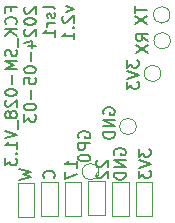
<source format=gbo>
G04 #@! TF.GenerationSoftware,KiCad,Pcbnew,8.0.1-8.0.1-1~ubuntu22.04.1*
G04 #@! TF.CreationDate,2024-05-09T18:35:13+02:00*
G04 #@! TF.ProjectId,FCK_SM-028_V1.3,46434b5f-534d-42d3-9032-385f56312e33,rev?*
G04 #@! TF.SameCoordinates,Original*
G04 #@! TF.FileFunction,Legend,Bot*
G04 #@! TF.FilePolarity,Positive*
%FSLAX46Y46*%
G04 Gerber Fmt 4.6, Leading zero omitted, Abs format (unit mm)*
G04 Created by KiCad (PCBNEW 8.0.1-8.0.1-1~ubuntu22.04.1) date 2024-05-09 18:35:13*
%MOMM*%
%LPD*%
G01*
G04 APERTURE LIST*
%ADD10C,0.150000*%
%ADD11C,0.120000*%
%ADD12R,1.000000X2.500000*%
%ADD13C,1.000000*%
G04 APERTURE END LIST*
D10*
X131116093Y-84190112D02*
X131116093Y-83856779D01*
X131639903Y-83856779D02*
X130639903Y-83856779D01*
X130639903Y-83856779D02*
X130639903Y-84332969D01*
X131544664Y-85285350D02*
X131592284Y-85237731D01*
X131592284Y-85237731D02*
X131639903Y-85094874D01*
X131639903Y-85094874D02*
X131639903Y-84999636D01*
X131639903Y-84999636D02*
X131592284Y-84856779D01*
X131592284Y-84856779D02*
X131497045Y-84761541D01*
X131497045Y-84761541D02*
X131401807Y-84713922D01*
X131401807Y-84713922D02*
X131211331Y-84666303D01*
X131211331Y-84666303D02*
X131068474Y-84666303D01*
X131068474Y-84666303D02*
X130877998Y-84713922D01*
X130877998Y-84713922D02*
X130782760Y-84761541D01*
X130782760Y-84761541D02*
X130687522Y-84856779D01*
X130687522Y-84856779D02*
X130639903Y-84999636D01*
X130639903Y-84999636D02*
X130639903Y-85094874D01*
X130639903Y-85094874D02*
X130687522Y-85237731D01*
X130687522Y-85237731D02*
X130735141Y-85285350D01*
X131639903Y-85713922D02*
X130639903Y-85713922D01*
X131639903Y-86285350D02*
X131068474Y-85856779D01*
X130639903Y-86285350D02*
X131211331Y-85713922D01*
X131735141Y-86475827D02*
X131735141Y-87237731D01*
X131592284Y-87428208D02*
X131639903Y-87571065D01*
X131639903Y-87571065D02*
X131639903Y-87809160D01*
X131639903Y-87809160D02*
X131592284Y-87904398D01*
X131592284Y-87904398D02*
X131544664Y-87952017D01*
X131544664Y-87952017D02*
X131449426Y-87999636D01*
X131449426Y-87999636D02*
X131354188Y-87999636D01*
X131354188Y-87999636D02*
X131258950Y-87952017D01*
X131258950Y-87952017D02*
X131211331Y-87904398D01*
X131211331Y-87904398D02*
X131163712Y-87809160D01*
X131163712Y-87809160D02*
X131116093Y-87618684D01*
X131116093Y-87618684D02*
X131068474Y-87523446D01*
X131068474Y-87523446D02*
X131020855Y-87475827D01*
X131020855Y-87475827D02*
X130925617Y-87428208D01*
X130925617Y-87428208D02*
X130830379Y-87428208D01*
X130830379Y-87428208D02*
X130735141Y-87475827D01*
X130735141Y-87475827D02*
X130687522Y-87523446D01*
X130687522Y-87523446D02*
X130639903Y-87618684D01*
X130639903Y-87618684D02*
X130639903Y-87856779D01*
X130639903Y-87856779D02*
X130687522Y-87999636D01*
X131639903Y-88428208D02*
X130639903Y-88428208D01*
X130639903Y-88428208D02*
X131354188Y-88761541D01*
X131354188Y-88761541D02*
X130639903Y-89094874D01*
X130639903Y-89094874D02*
X131639903Y-89094874D01*
X131258950Y-89571065D02*
X131258950Y-90332970D01*
X130639903Y-90999636D02*
X130639903Y-91094874D01*
X130639903Y-91094874D02*
X130687522Y-91190112D01*
X130687522Y-91190112D02*
X130735141Y-91237731D01*
X130735141Y-91237731D02*
X130830379Y-91285350D01*
X130830379Y-91285350D02*
X131020855Y-91332969D01*
X131020855Y-91332969D02*
X131258950Y-91332969D01*
X131258950Y-91332969D02*
X131449426Y-91285350D01*
X131449426Y-91285350D02*
X131544664Y-91237731D01*
X131544664Y-91237731D02*
X131592284Y-91190112D01*
X131592284Y-91190112D02*
X131639903Y-91094874D01*
X131639903Y-91094874D02*
X131639903Y-90999636D01*
X131639903Y-90999636D02*
X131592284Y-90904398D01*
X131592284Y-90904398D02*
X131544664Y-90856779D01*
X131544664Y-90856779D02*
X131449426Y-90809160D01*
X131449426Y-90809160D02*
X131258950Y-90761541D01*
X131258950Y-90761541D02*
X131020855Y-90761541D01*
X131020855Y-90761541D02*
X130830379Y-90809160D01*
X130830379Y-90809160D02*
X130735141Y-90856779D01*
X130735141Y-90856779D02*
X130687522Y-90904398D01*
X130687522Y-90904398D02*
X130639903Y-90999636D01*
X130735141Y-91713922D02*
X130687522Y-91761541D01*
X130687522Y-91761541D02*
X130639903Y-91856779D01*
X130639903Y-91856779D02*
X130639903Y-92094874D01*
X130639903Y-92094874D02*
X130687522Y-92190112D01*
X130687522Y-92190112D02*
X130735141Y-92237731D01*
X130735141Y-92237731D02*
X130830379Y-92285350D01*
X130830379Y-92285350D02*
X130925617Y-92285350D01*
X130925617Y-92285350D02*
X131068474Y-92237731D01*
X131068474Y-92237731D02*
X131639903Y-91666303D01*
X131639903Y-91666303D02*
X131639903Y-92285350D01*
X131068474Y-92856779D02*
X131020855Y-92761541D01*
X131020855Y-92761541D02*
X130973236Y-92713922D01*
X130973236Y-92713922D02*
X130877998Y-92666303D01*
X130877998Y-92666303D02*
X130830379Y-92666303D01*
X130830379Y-92666303D02*
X130735141Y-92713922D01*
X130735141Y-92713922D02*
X130687522Y-92761541D01*
X130687522Y-92761541D02*
X130639903Y-92856779D01*
X130639903Y-92856779D02*
X130639903Y-93047255D01*
X130639903Y-93047255D02*
X130687522Y-93142493D01*
X130687522Y-93142493D02*
X130735141Y-93190112D01*
X130735141Y-93190112D02*
X130830379Y-93237731D01*
X130830379Y-93237731D02*
X130877998Y-93237731D01*
X130877998Y-93237731D02*
X130973236Y-93190112D01*
X130973236Y-93190112D02*
X131020855Y-93142493D01*
X131020855Y-93142493D02*
X131068474Y-93047255D01*
X131068474Y-93047255D02*
X131068474Y-92856779D01*
X131068474Y-92856779D02*
X131116093Y-92761541D01*
X131116093Y-92761541D02*
X131163712Y-92713922D01*
X131163712Y-92713922D02*
X131258950Y-92666303D01*
X131258950Y-92666303D02*
X131449426Y-92666303D01*
X131449426Y-92666303D02*
X131544664Y-92713922D01*
X131544664Y-92713922D02*
X131592284Y-92761541D01*
X131592284Y-92761541D02*
X131639903Y-92856779D01*
X131639903Y-92856779D02*
X131639903Y-93047255D01*
X131639903Y-93047255D02*
X131592284Y-93142493D01*
X131592284Y-93142493D02*
X131544664Y-93190112D01*
X131544664Y-93190112D02*
X131449426Y-93237731D01*
X131449426Y-93237731D02*
X131258950Y-93237731D01*
X131258950Y-93237731D02*
X131163712Y-93190112D01*
X131163712Y-93190112D02*
X131116093Y-93142493D01*
X131116093Y-93142493D02*
X131068474Y-93047255D01*
X131735141Y-93428208D02*
X131735141Y-94190112D01*
X130639903Y-94285351D02*
X131639903Y-94618684D01*
X131639903Y-94618684D02*
X130639903Y-94952017D01*
X131639903Y-95809160D02*
X131639903Y-95237732D01*
X131639903Y-95523446D02*
X130639903Y-95523446D01*
X130639903Y-95523446D02*
X130782760Y-95428208D01*
X130782760Y-95428208D02*
X130877998Y-95332970D01*
X130877998Y-95332970D02*
X130925617Y-95237732D01*
X131544664Y-96237732D02*
X131592284Y-96285351D01*
X131592284Y-96285351D02*
X131639903Y-96237732D01*
X131639903Y-96237732D02*
X131592284Y-96190113D01*
X131592284Y-96190113D02*
X131544664Y-96237732D01*
X131544664Y-96237732D02*
X131639903Y-96237732D01*
X130639903Y-96618684D02*
X130639903Y-97237731D01*
X130639903Y-97237731D02*
X131020855Y-96904398D01*
X131020855Y-96904398D02*
X131020855Y-97047255D01*
X131020855Y-97047255D02*
X131068474Y-97142493D01*
X131068474Y-97142493D02*
X131116093Y-97190112D01*
X131116093Y-97190112D02*
X131211331Y-97237731D01*
X131211331Y-97237731D02*
X131449426Y-97237731D01*
X131449426Y-97237731D02*
X131544664Y-97190112D01*
X131544664Y-97190112D02*
X131592284Y-97142493D01*
X131592284Y-97142493D02*
X131639903Y-97047255D01*
X131639903Y-97047255D02*
X131639903Y-96761541D01*
X131639903Y-96761541D02*
X131592284Y-96666303D01*
X131592284Y-96666303D02*
X131544664Y-96618684D01*
X132345085Y-83809160D02*
X132297466Y-83856779D01*
X132297466Y-83856779D02*
X132249847Y-83952017D01*
X132249847Y-83952017D02*
X132249847Y-84190112D01*
X132249847Y-84190112D02*
X132297466Y-84285350D01*
X132297466Y-84285350D02*
X132345085Y-84332969D01*
X132345085Y-84332969D02*
X132440323Y-84380588D01*
X132440323Y-84380588D02*
X132535561Y-84380588D01*
X132535561Y-84380588D02*
X132678418Y-84332969D01*
X132678418Y-84332969D02*
X133249847Y-83761541D01*
X133249847Y-83761541D02*
X133249847Y-84380588D01*
X132249847Y-84999636D02*
X132249847Y-85094874D01*
X132249847Y-85094874D02*
X132297466Y-85190112D01*
X132297466Y-85190112D02*
X132345085Y-85237731D01*
X132345085Y-85237731D02*
X132440323Y-85285350D01*
X132440323Y-85285350D02*
X132630799Y-85332969D01*
X132630799Y-85332969D02*
X132868894Y-85332969D01*
X132868894Y-85332969D02*
X133059370Y-85285350D01*
X133059370Y-85285350D02*
X133154608Y-85237731D01*
X133154608Y-85237731D02*
X133202228Y-85190112D01*
X133202228Y-85190112D02*
X133249847Y-85094874D01*
X133249847Y-85094874D02*
X133249847Y-84999636D01*
X133249847Y-84999636D02*
X133202228Y-84904398D01*
X133202228Y-84904398D02*
X133154608Y-84856779D01*
X133154608Y-84856779D02*
X133059370Y-84809160D01*
X133059370Y-84809160D02*
X132868894Y-84761541D01*
X132868894Y-84761541D02*
X132630799Y-84761541D01*
X132630799Y-84761541D02*
X132440323Y-84809160D01*
X132440323Y-84809160D02*
X132345085Y-84856779D01*
X132345085Y-84856779D02*
X132297466Y-84904398D01*
X132297466Y-84904398D02*
X132249847Y-84999636D01*
X132345085Y-85713922D02*
X132297466Y-85761541D01*
X132297466Y-85761541D02*
X132249847Y-85856779D01*
X132249847Y-85856779D02*
X132249847Y-86094874D01*
X132249847Y-86094874D02*
X132297466Y-86190112D01*
X132297466Y-86190112D02*
X132345085Y-86237731D01*
X132345085Y-86237731D02*
X132440323Y-86285350D01*
X132440323Y-86285350D02*
X132535561Y-86285350D01*
X132535561Y-86285350D02*
X132678418Y-86237731D01*
X132678418Y-86237731D02*
X133249847Y-85666303D01*
X133249847Y-85666303D02*
X133249847Y-86285350D01*
X132583180Y-87142493D02*
X133249847Y-87142493D01*
X132202228Y-86904398D02*
X132916513Y-86666303D01*
X132916513Y-86666303D02*
X132916513Y-87285350D01*
X132868894Y-87666303D02*
X132868894Y-88428208D01*
X132249847Y-89094874D02*
X132249847Y-89190112D01*
X132249847Y-89190112D02*
X132297466Y-89285350D01*
X132297466Y-89285350D02*
X132345085Y-89332969D01*
X132345085Y-89332969D02*
X132440323Y-89380588D01*
X132440323Y-89380588D02*
X132630799Y-89428207D01*
X132630799Y-89428207D02*
X132868894Y-89428207D01*
X132868894Y-89428207D02*
X133059370Y-89380588D01*
X133059370Y-89380588D02*
X133154608Y-89332969D01*
X133154608Y-89332969D02*
X133202228Y-89285350D01*
X133202228Y-89285350D02*
X133249847Y-89190112D01*
X133249847Y-89190112D02*
X133249847Y-89094874D01*
X133249847Y-89094874D02*
X133202228Y-88999636D01*
X133202228Y-88999636D02*
X133154608Y-88952017D01*
X133154608Y-88952017D02*
X133059370Y-88904398D01*
X133059370Y-88904398D02*
X132868894Y-88856779D01*
X132868894Y-88856779D02*
X132630799Y-88856779D01*
X132630799Y-88856779D02*
X132440323Y-88904398D01*
X132440323Y-88904398D02*
X132345085Y-88952017D01*
X132345085Y-88952017D02*
X132297466Y-88999636D01*
X132297466Y-88999636D02*
X132249847Y-89094874D01*
X132249847Y-90332969D02*
X132249847Y-89856779D01*
X132249847Y-89856779D02*
X132726037Y-89809160D01*
X132726037Y-89809160D02*
X132678418Y-89856779D01*
X132678418Y-89856779D02*
X132630799Y-89952017D01*
X132630799Y-89952017D02*
X132630799Y-90190112D01*
X132630799Y-90190112D02*
X132678418Y-90285350D01*
X132678418Y-90285350D02*
X132726037Y-90332969D01*
X132726037Y-90332969D02*
X132821275Y-90380588D01*
X132821275Y-90380588D02*
X133059370Y-90380588D01*
X133059370Y-90380588D02*
X133154608Y-90332969D01*
X133154608Y-90332969D02*
X133202228Y-90285350D01*
X133202228Y-90285350D02*
X133249847Y-90190112D01*
X133249847Y-90190112D02*
X133249847Y-89952017D01*
X133249847Y-89952017D02*
X133202228Y-89856779D01*
X133202228Y-89856779D02*
X133154608Y-89809160D01*
X132868894Y-90809160D02*
X132868894Y-91571065D01*
X132249847Y-92237731D02*
X132249847Y-92332969D01*
X132249847Y-92332969D02*
X132297466Y-92428207D01*
X132297466Y-92428207D02*
X132345085Y-92475826D01*
X132345085Y-92475826D02*
X132440323Y-92523445D01*
X132440323Y-92523445D02*
X132630799Y-92571064D01*
X132630799Y-92571064D02*
X132868894Y-92571064D01*
X132868894Y-92571064D02*
X133059370Y-92523445D01*
X133059370Y-92523445D02*
X133154608Y-92475826D01*
X133154608Y-92475826D02*
X133202228Y-92428207D01*
X133202228Y-92428207D02*
X133249847Y-92332969D01*
X133249847Y-92332969D02*
X133249847Y-92237731D01*
X133249847Y-92237731D02*
X133202228Y-92142493D01*
X133202228Y-92142493D02*
X133154608Y-92094874D01*
X133154608Y-92094874D02*
X133059370Y-92047255D01*
X133059370Y-92047255D02*
X132868894Y-91999636D01*
X132868894Y-91999636D02*
X132630799Y-91999636D01*
X132630799Y-91999636D02*
X132440323Y-92047255D01*
X132440323Y-92047255D02*
X132345085Y-92094874D01*
X132345085Y-92094874D02*
X132297466Y-92142493D01*
X132297466Y-92142493D02*
X132249847Y-92237731D01*
X132249847Y-92904398D02*
X132249847Y-93523445D01*
X132249847Y-93523445D02*
X132630799Y-93190112D01*
X132630799Y-93190112D02*
X132630799Y-93332969D01*
X132630799Y-93332969D02*
X132678418Y-93428207D01*
X132678418Y-93428207D02*
X132726037Y-93475826D01*
X132726037Y-93475826D02*
X132821275Y-93523445D01*
X132821275Y-93523445D02*
X133059370Y-93523445D01*
X133059370Y-93523445D02*
X133154608Y-93475826D01*
X133154608Y-93475826D02*
X133202228Y-93428207D01*
X133202228Y-93428207D02*
X133249847Y-93332969D01*
X133249847Y-93332969D02*
X133249847Y-93047255D01*
X133249847Y-93047255D02*
X133202228Y-92952017D01*
X133202228Y-92952017D02*
X133154608Y-92904398D01*
X134859791Y-83999636D02*
X134812172Y-83904398D01*
X134812172Y-83904398D02*
X134716933Y-83856779D01*
X134716933Y-83856779D02*
X133859791Y-83856779D01*
X134812172Y-84332970D02*
X134859791Y-84428208D01*
X134859791Y-84428208D02*
X134859791Y-84618684D01*
X134859791Y-84618684D02*
X134812172Y-84713922D01*
X134812172Y-84713922D02*
X134716933Y-84761541D01*
X134716933Y-84761541D02*
X134669314Y-84761541D01*
X134669314Y-84761541D02*
X134574076Y-84713922D01*
X134574076Y-84713922D02*
X134526457Y-84618684D01*
X134526457Y-84618684D02*
X134526457Y-84475827D01*
X134526457Y-84475827D02*
X134478838Y-84380589D01*
X134478838Y-84380589D02*
X134383600Y-84332970D01*
X134383600Y-84332970D02*
X134335981Y-84332970D01*
X134335981Y-84332970D02*
X134240743Y-84380589D01*
X134240743Y-84380589D02*
X134193124Y-84475827D01*
X134193124Y-84475827D02*
X134193124Y-84618684D01*
X134193124Y-84618684D02*
X134240743Y-84713922D01*
X134859791Y-85190113D02*
X134193124Y-85190113D01*
X134383600Y-85190113D02*
X134288362Y-85237732D01*
X134288362Y-85237732D02*
X134240743Y-85285351D01*
X134240743Y-85285351D02*
X134193124Y-85380589D01*
X134193124Y-85380589D02*
X134193124Y-85475827D01*
X134859791Y-86332970D02*
X134859791Y-85761542D01*
X134859791Y-86047256D02*
X133859791Y-86047256D01*
X133859791Y-86047256D02*
X134002648Y-85952018D01*
X134002648Y-85952018D02*
X134097886Y-85856780D01*
X134097886Y-85856780D02*
X134145505Y-85761542D01*
X135803068Y-83761541D02*
X136469735Y-83999636D01*
X136469735Y-83999636D02*
X135803068Y-84237731D01*
X135564973Y-84571065D02*
X135517354Y-84618684D01*
X135517354Y-84618684D02*
X135469735Y-84713922D01*
X135469735Y-84713922D02*
X135469735Y-84952017D01*
X135469735Y-84952017D02*
X135517354Y-85047255D01*
X135517354Y-85047255D02*
X135564973Y-85094874D01*
X135564973Y-85094874D02*
X135660211Y-85142493D01*
X135660211Y-85142493D02*
X135755449Y-85142493D01*
X135755449Y-85142493D02*
X135898306Y-85094874D01*
X135898306Y-85094874D02*
X136469735Y-84523446D01*
X136469735Y-84523446D02*
X136469735Y-85142493D01*
X136374496Y-85571065D02*
X136422116Y-85618684D01*
X136422116Y-85618684D02*
X136469735Y-85571065D01*
X136469735Y-85571065D02*
X136422116Y-85523446D01*
X136422116Y-85523446D02*
X136374496Y-85571065D01*
X136374496Y-85571065D02*
X136469735Y-85571065D01*
X136469735Y-86571064D02*
X136469735Y-85999636D01*
X136469735Y-86285350D02*
X135469735Y-86285350D01*
X135469735Y-86285350D02*
X135612592Y-86190112D01*
X135612592Y-86190112D02*
X135707830Y-86094874D01*
X135707830Y-86094874D02*
X135755449Y-85999636D01*
X138450057Y-96818095D02*
X138402438Y-96865714D01*
X138402438Y-96865714D02*
X138354819Y-96960952D01*
X138354819Y-96960952D02*
X138354819Y-97199047D01*
X138354819Y-97199047D02*
X138402438Y-97294285D01*
X138402438Y-97294285D02*
X138450057Y-97341904D01*
X138450057Y-97341904D02*
X138545295Y-97389523D01*
X138545295Y-97389523D02*
X138640533Y-97389523D01*
X138640533Y-97389523D02*
X138783390Y-97341904D01*
X138783390Y-97341904D02*
X139354819Y-96770476D01*
X139354819Y-96770476D02*
X139354819Y-97389523D01*
X138450057Y-97770476D02*
X138402438Y-97818095D01*
X138402438Y-97818095D02*
X138354819Y-97913333D01*
X138354819Y-97913333D02*
X138354819Y-98151428D01*
X138354819Y-98151428D02*
X138402438Y-98246666D01*
X138402438Y-98246666D02*
X138450057Y-98294285D01*
X138450057Y-98294285D02*
X138545295Y-98341904D01*
X138545295Y-98341904D02*
X138640533Y-98341904D01*
X138640533Y-98341904D02*
X138783390Y-98294285D01*
X138783390Y-98294285D02*
X139354819Y-97722857D01*
X139354819Y-97722857D02*
X139354819Y-98341904D01*
X141674819Y-83768095D02*
X141674819Y-84339523D01*
X142674819Y-84053809D02*
X141674819Y-84053809D01*
X141674819Y-84577619D02*
X142674819Y-85244285D01*
X141674819Y-85244285D02*
X142674819Y-84577619D01*
X136694819Y-97419523D02*
X136694819Y-96848095D01*
X136694819Y-97133809D02*
X135694819Y-97133809D01*
X135694819Y-97133809D02*
X135837676Y-97038571D01*
X135837676Y-97038571D02*
X135932914Y-96943333D01*
X135932914Y-96943333D02*
X135980533Y-96848095D01*
X135694819Y-97752857D02*
X135694819Y-98419523D01*
X135694819Y-98419523D02*
X136694819Y-97990952D01*
X136892438Y-94895714D02*
X136844819Y-94800476D01*
X136844819Y-94800476D02*
X136844819Y-94657619D01*
X136844819Y-94657619D02*
X136892438Y-94514762D01*
X136892438Y-94514762D02*
X136987676Y-94419524D01*
X136987676Y-94419524D02*
X137082914Y-94371905D01*
X137082914Y-94371905D02*
X137273390Y-94324286D01*
X137273390Y-94324286D02*
X137416247Y-94324286D01*
X137416247Y-94324286D02*
X137606723Y-94371905D01*
X137606723Y-94371905D02*
X137701961Y-94419524D01*
X137701961Y-94419524D02*
X137797200Y-94514762D01*
X137797200Y-94514762D02*
X137844819Y-94657619D01*
X137844819Y-94657619D02*
X137844819Y-94752857D01*
X137844819Y-94752857D02*
X137797200Y-94895714D01*
X137797200Y-94895714D02*
X137749580Y-94943333D01*
X137749580Y-94943333D02*
X137416247Y-94943333D01*
X137416247Y-94943333D02*
X137416247Y-94752857D01*
X137844819Y-95371905D02*
X136844819Y-95371905D01*
X136844819Y-95371905D02*
X136844819Y-95752857D01*
X136844819Y-95752857D02*
X136892438Y-95848095D01*
X136892438Y-95848095D02*
X136940057Y-95895714D01*
X136940057Y-95895714D02*
X137035295Y-95943333D01*
X137035295Y-95943333D02*
X137178152Y-95943333D01*
X137178152Y-95943333D02*
X137273390Y-95895714D01*
X137273390Y-95895714D02*
X137321009Y-95848095D01*
X137321009Y-95848095D02*
X137368628Y-95752857D01*
X137368628Y-95752857D02*
X137368628Y-95371905D01*
X136844819Y-96562381D02*
X136844819Y-96657619D01*
X136844819Y-96657619D02*
X136892438Y-96752857D01*
X136892438Y-96752857D02*
X136940057Y-96800476D01*
X136940057Y-96800476D02*
X137035295Y-96848095D01*
X137035295Y-96848095D02*
X137225771Y-96895714D01*
X137225771Y-96895714D02*
X137463866Y-96895714D01*
X137463866Y-96895714D02*
X137654342Y-96848095D01*
X137654342Y-96848095D02*
X137749580Y-96800476D01*
X137749580Y-96800476D02*
X137797200Y-96752857D01*
X137797200Y-96752857D02*
X137844819Y-96657619D01*
X137844819Y-96657619D02*
X137844819Y-96562381D01*
X137844819Y-96562381D02*
X137797200Y-96467143D01*
X137797200Y-96467143D02*
X137749580Y-96419524D01*
X137749580Y-96419524D02*
X137654342Y-96371905D01*
X137654342Y-96371905D02*
X137463866Y-96324286D01*
X137463866Y-96324286D02*
X137225771Y-96324286D01*
X137225771Y-96324286D02*
X137035295Y-96371905D01*
X137035295Y-96371905D02*
X136940057Y-96419524D01*
X136940057Y-96419524D02*
X136892438Y-96467143D01*
X136892438Y-96467143D02*
X136844819Y-96562381D01*
X131854819Y-97571429D02*
X132854819Y-97809524D01*
X132854819Y-97809524D02*
X132140533Y-98000000D01*
X132140533Y-98000000D02*
X132854819Y-98190476D01*
X132854819Y-98190476D02*
X131854819Y-98428572D01*
X142734819Y-86683333D02*
X142258628Y-86350000D01*
X142734819Y-86111905D02*
X141734819Y-86111905D01*
X141734819Y-86111905D02*
X141734819Y-86492857D01*
X141734819Y-86492857D02*
X141782438Y-86588095D01*
X141782438Y-86588095D02*
X141830057Y-86635714D01*
X141830057Y-86635714D02*
X141925295Y-86683333D01*
X141925295Y-86683333D02*
X142068152Y-86683333D01*
X142068152Y-86683333D02*
X142163390Y-86635714D01*
X142163390Y-86635714D02*
X142211009Y-86588095D01*
X142211009Y-86588095D02*
X142258628Y-86492857D01*
X142258628Y-86492857D02*
X142258628Y-86111905D01*
X141734819Y-87016667D02*
X142734819Y-87683333D01*
X141734819Y-87683333D02*
X142734819Y-87016667D01*
X140944819Y-88331905D02*
X140944819Y-88950952D01*
X140944819Y-88950952D02*
X141325771Y-88617619D01*
X141325771Y-88617619D02*
X141325771Y-88760476D01*
X141325771Y-88760476D02*
X141373390Y-88855714D01*
X141373390Y-88855714D02*
X141421009Y-88903333D01*
X141421009Y-88903333D02*
X141516247Y-88950952D01*
X141516247Y-88950952D02*
X141754342Y-88950952D01*
X141754342Y-88950952D02*
X141849580Y-88903333D01*
X141849580Y-88903333D02*
X141897200Y-88855714D01*
X141897200Y-88855714D02*
X141944819Y-88760476D01*
X141944819Y-88760476D02*
X141944819Y-88474762D01*
X141944819Y-88474762D02*
X141897200Y-88379524D01*
X141897200Y-88379524D02*
X141849580Y-88331905D01*
X140944819Y-89236667D02*
X141944819Y-89570000D01*
X141944819Y-89570000D02*
X140944819Y-89903333D01*
X140944819Y-90141429D02*
X140944819Y-90760476D01*
X140944819Y-90760476D02*
X141325771Y-90427143D01*
X141325771Y-90427143D02*
X141325771Y-90570000D01*
X141325771Y-90570000D02*
X141373390Y-90665238D01*
X141373390Y-90665238D02*
X141421009Y-90712857D01*
X141421009Y-90712857D02*
X141516247Y-90760476D01*
X141516247Y-90760476D02*
X141754342Y-90760476D01*
X141754342Y-90760476D02*
X141849580Y-90712857D01*
X141849580Y-90712857D02*
X141897200Y-90665238D01*
X141897200Y-90665238D02*
X141944819Y-90570000D01*
X141944819Y-90570000D02*
X141944819Y-90284286D01*
X141944819Y-90284286D02*
X141897200Y-90189048D01*
X141897200Y-90189048D02*
X141849580Y-90141429D01*
X138982438Y-92888095D02*
X138934819Y-92792857D01*
X138934819Y-92792857D02*
X138934819Y-92650000D01*
X138934819Y-92650000D02*
X138982438Y-92507143D01*
X138982438Y-92507143D02*
X139077676Y-92411905D01*
X139077676Y-92411905D02*
X139172914Y-92364286D01*
X139172914Y-92364286D02*
X139363390Y-92316667D01*
X139363390Y-92316667D02*
X139506247Y-92316667D01*
X139506247Y-92316667D02*
X139696723Y-92364286D01*
X139696723Y-92364286D02*
X139791961Y-92411905D01*
X139791961Y-92411905D02*
X139887200Y-92507143D01*
X139887200Y-92507143D02*
X139934819Y-92650000D01*
X139934819Y-92650000D02*
X139934819Y-92745238D01*
X139934819Y-92745238D02*
X139887200Y-92888095D01*
X139887200Y-92888095D02*
X139839580Y-92935714D01*
X139839580Y-92935714D02*
X139506247Y-92935714D01*
X139506247Y-92935714D02*
X139506247Y-92745238D01*
X139934819Y-93364286D02*
X138934819Y-93364286D01*
X138934819Y-93364286D02*
X139934819Y-93935714D01*
X139934819Y-93935714D02*
X138934819Y-93935714D01*
X139934819Y-94411905D02*
X138934819Y-94411905D01*
X138934819Y-94411905D02*
X138934819Y-94650000D01*
X138934819Y-94650000D02*
X138982438Y-94792857D01*
X138982438Y-94792857D02*
X139077676Y-94888095D01*
X139077676Y-94888095D02*
X139172914Y-94935714D01*
X139172914Y-94935714D02*
X139363390Y-94983333D01*
X139363390Y-94983333D02*
X139506247Y-94983333D01*
X139506247Y-94983333D02*
X139696723Y-94935714D01*
X139696723Y-94935714D02*
X139791961Y-94888095D01*
X139791961Y-94888095D02*
X139887200Y-94792857D01*
X139887200Y-94792857D02*
X139934819Y-94650000D01*
X139934819Y-94650000D02*
X139934819Y-94411905D01*
X139902438Y-96338095D02*
X139854819Y-96242857D01*
X139854819Y-96242857D02*
X139854819Y-96100000D01*
X139854819Y-96100000D02*
X139902438Y-95957143D01*
X139902438Y-95957143D02*
X139997676Y-95861905D01*
X139997676Y-95861905D02*
X140092914Y-95814286D01*
X140092914Y-95814286D02*
X140283390Y-95766667D01*
X140283390Y-95766667D02*
X140426247Y-95766667D01*
X140426247Y-95766667D02*
X140616723Y-95814286D01*
X140616723Y-95814286D02*
X140711961Y-95861905D01*
X140711961Y-95861905D02*
X140807200Y-95957143D01*
X140807200Y-95957143D02*
X140854819Y-96100000D01*
X140854819Y-96100000D02*
X140854819Y-96195238D01*
X140854819Y-96195238D02*
X140807200Y-96338095D01*
X140807200Y-96338095D02*
X140759580Y-96385714D01*
X140759580Y-96385714D02*
X140426247Y-96385714D01*
X140426247Y-96385714D02*
X140426247Y-96195238D01*
X140854819Y-96814286D02*
X139854819Y-96814286D01*
X139854819Y-96814286D02*
X140854819Y-97385714D01*
X140854819Y-97385714D02*
X139854819Y-97385714D01*
X140854819Y-97861905D02*
X139854819Y-97861905D01*
X139854819Y-97861905D02*
X139854819Y-98100000D01*
X139854819Y-98100000D02*
X139902438Y-98242857D01*
X139902438Y-98242857D02*
X139997676Y-98338095D01*
X139997676Y-98338095D02*
X140092914Y-98385714D01*
X140092914Y-98385714D02*
X140283390Y-98433333D01*
X140283390Y-98433333D02*
X140426247Y-98433333D01*
X140426247Y-98433333D02*
X140616723Y-98385714D01*
X140616723Y-98385714D02*
X140711961Y-98338095D01*
X140711961Y-98338095D02*
X140807200Y-98242857D01*
X140807200Y-98242857D02*
X140854819Y-98100000D01*
X140854819Y-98100000D02*
X140854819Y-97861905D01*
X141954819Y-95861905D02*
X141954819Y-96480952D01*
X141954819Y-96480952D02*
X142335771Y-96147619D01*
X142335771Y-96147619D02*
X142335771Y-96290476D01*
X142335771Y-96290476D02*
X142383390Y-96385714D01*
X142383390Y-96385714D02*
X142431009Y-96433333D01*
X142431009Y-96433333D02*
X142526247Y-96480952D01*
X142526247Y-96480952D02*
X142764342Y-96480952D01*
X142764342Y-96480952D02*
X142859580Y-96433333D01*
X142859580Y-96433333D02*
X142907200Y-96385714D01*
X142907200Y-96385714D02*
X142954819Y-96290476D01*
X142954819Y-96290476D02*
X142954819Y-96004762D01*
X142954819Y-96004762D02*
X142907200Y-95909524D01*
X142907200Y-95909524D02*
X142859580Y-95861905D01*
X141954819Y-96766667D02*
X142954819Y-97100000D01*
X142954819Y-97100000D02*
X141954819Y-97433333D01*
X141954819Y-97671429D02*
X141954819Y-98290476D01*
X141954819Y-98290476D02*
X142335771Y-97957143D01*
X142335771Y-97957143D02*
X142335771Y-98100000D01*
X142335771Y-98100000D02*
X142383390Y-98195238D01*
X142383390Y-98195238D02*
X142431009Y-98242857D01*
X142431009Y-98242857D02*
X142526247Y-98290476D01*
X142526247Y-98290476D02*
X142764342Y-98290476D01*
X142764342Y-98290476D02*
X142859580Y-98242857D01*
X142859580Y-98242857D02*
X142907200Y-98195238D01*
X142907200Y-98195238D02*
X142954819Y-98100000D01*
X142954819Y-98100000D02*
X142954819Y-97814286D01*
X142954819Y-97814286D02*
X142907200Y-97719048D01*
X142907200Y-97719048D02*
X142859580Y-97671429D01*
X134769580Y-98299523D02*
X134817200Y-98251904D01*
X134817200Y-98251904D02*
X134864819Y-98109047D01*
X134864819Y-98109047D02*
X134864819Y-98013809D01*
X134864819Y-98013809D02*
X134817200Y-97870952D01*
X134817200Y-97870952D02*
X134721961Y-97775714D01*
X134721961Y-97775714D02*
X134626723Y-97728095D01*
X134626723Y-97728095D02*
X134436247Y-97680476D01*
X134436247Y-97680476D02*
X134293390Y-97680476D01*
X134293390Y-97680476D02*
X134102914Y-97728095D01*
X134102914Y-97728095D02*
X134007676Y-97775714D01*
X134007676Y-97775714D02*
X133912438Y-97870952D01*
X133912438Y-97870952D02*
X133864819Y-98013809D01*
X133864819Y-98013809D02*
X133864819Y-98109047D01*
X133864819Y-98109047D02*
X133912438Y-98251904D01*
X133912438Y-98251904D02*
X133960057Y-98299523D01*
D11*
X137700000Y-98550000D02*
X137700000Y-101450000D01*
X137700000Y-101450000D02*
X139100000Y-101450000D01*
X139100000Y-98550000D02*
X137700000Y-98550000D01*
X139100000Y-101450000D02*
X139100000Y-98550000D01*
X144610000Y-84490000D02*
G75*
G02*
X143210000Y-84490000I-700000J0D01*
G01*
X143210000Y-84490000D02*
G75*
G02*
X144610000Y-84490000I700000J0D01*
G01*
X135700000Y-98600000D02*
X135700000Y-101500000D01*
X135700000Y-101500000D02*
X137100000Y-101500000D01*
X137100000Y-98600000D02*
X135700000Y-98600000D01*
X137100000Y-101500000D02*
X137100000Y-98600000D01*
X138580000Y-97760000D02*
G75*
G02*
X137180000Y-97760000I-700000J0D01*
G01*
X137180000Y-97760000D02*
G75*
G02*
X138580000Y-97760000I700000J0D01*
G01*
X131700000Y-98700000D02*
X131700000Y-101600000D01*
X131700000Y-101600000D02*
X133100000Y-101600000D01*
X133100000Y-98700000D02*
X131700000Y-98700000D01*
X133100000Y-101600000D02*
X133100000Y-98700000D01*
X144640000Y-86680000D02*
G75*
G02*
X143240000Y-86680000I-700000J0D01*
G01*
X143240000Y-86680000D02*
G75*
G02*
X144640000Y-86680000I700000J0D01*
G01*
X143830000Y-89450000D02*
G75*
G02*
X142430000Y-89450000I-700000J0D01*
G01*
X142430000Y-89450000D02*
G75*
G02*
X143830000Y-89450000I700000J0D01*
G01*
X141752500Y-93940000D02*
G75*
G02*
X140352500Y-93940000I-700000J0D01*
G01*
X140352500Y-93940000D02*
G75*
G02*
X141752500Y-93940000I700000J0D01*
G01*
X139700000Y-98600000D02*
X139700000Y-101500000D01*
X139700000Y-101500000D02*
X141100000Y-101500000D01*
X141100000Y-98600000D02*
X139700000Y-98600000D01*
X141100000Y-101500000D02*
X141100000Y-98600000D01*
X141700000Y-98600000D02*
X141700000Y-101500000D01*
X141700000Y-101500000D02*
X143100000Y-101500000D01*
X143100000Y-98600000D02*
X141700000Y-98600000D01*
X143100000Y-101500000D02*
X143100000Y-98600000D01*
X133700000Y-98600000D02*
X133700000Y-101500000D01*
X133700000Y-101500000D02*
X135100000Y-101500000D01*
X135100000Y-98600000D02*
X133700000Y-98600000D01*
X135100000Y-101500000D02*
X135100000Y-98600000D01*
%LPC*%
D12*
X138400000Y-100050000D03*
D13*
X143910000Y-84490000D03*
D12*
X136400000Y-100050000D03*
D13*
X137880000Y-97760000D03*
D12*
X132400000Y-100050000D03*
D13*
X143940000Y-86680000D03*
X143130000Y-89450000D03*
X141052500Y-93940000D03*
D12*
X140400000Y-100050000D03*
X142400000Y-100050000D03*
X134400000Y-100050000D03*
%LPD*%
M02*

</source>
